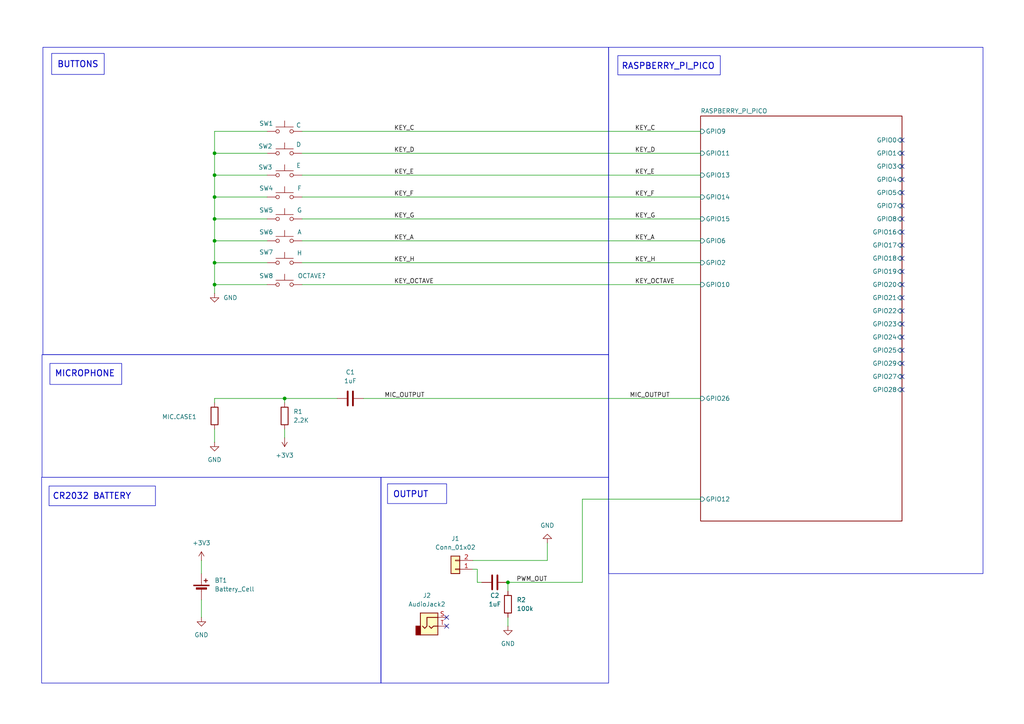
<source format=kicad_sch>
(kicad_sch (version 20250114) (generator "eeschema") (generator_version "9.0")
  (paper "A4")
  (title_block (title "ELECTRONIC FLUTE") (date "2025-11-16") (rev "1.0") (company "KN HARDWIRE AGH") (comment 1 "ZOFIA STACHOŃ") (comment 2 "DAWID TOMALA") (comment 3 "MATEUSZ STASIEŃKO") (comment 4 "KACPER JELONEK") (comment 5 "Authors:"))
  (lib_symbols
    (symbol "Connector_Audio:AudioJack2"
      (property "Reference" "J" (at 0 8.89 0))
      (property "Value" "AudioJack2" (at 0 6.35 0))
      (symbol "AudioJack2_0_1"
        (rectangle (start -3.81 0) (end -2.54 -2.54) (stroke (width 0.254)) (fill (type outline)))
        (rectangle (start -2.54 3.81) (end 2.54 -2.54) (stroke (width 0.254)) (fill (type background)))
        (polyline (pts (xy 0 0) (xy 0.635 -0.635) (xy 1.27 0) (xy 2.54 0)) (stroke (width 0.254)))
        (polyline (pts (xy 2.54 2.54) (xy -0.635 2.54) (xy -0.635 0) (xy -1.27 -0.635) (xy -1.905 0)) (stroke (width 0.254)))
      )
      (symbol "AudioJack2_1_1"
        (pin passive line (at 5.08 2.54 180) (length 2.54) (name "~") (number "S"))
        (pin passive line (at 5.08 0 180) (length 2.54) (name "~") (number "T"))
      )
    )
    (symbol "Connector_Generic:Conn_01x02" (pin_names (offset 1.016) (hide yes))
      (property "Reference" "J" (at 0 2.54 0))
      (property "Value" "Conn_01x02" (at 0 -5.08 0))
      (symbol "Conn_01x02_1_1"
        (rectangle (start -1.27 1.27) (end 1.27 -3.81) (stroke (width 0.254)) (fill (type background)))
        (rectangle (start -1.27 0.127) (end 0 -0.127) (stroke (width 0.1524)))
        (rectangle (start -1.27 -2.413) (end 0 -2.667) (stroke (width 0.1524)))
        (pin passive line (at -5.08 0 0) (length 3.81) (name "Pin_1") (number "1"))
        (pin passive line (at -5.08 -2.54 0) (length 3.81) (name "Pin_2") (number "2"))
      )
    )
    (symbol "Device:Battery_Cell" (pin_numbers (hide yes)) (pin_names (offset 0) (hide yes))
      (property "Reference" "BT" (at 2.54 2.54 0))
      (property "Value" "Battery_Cell" (at 2.54 0 0))
      (symbol "Battery_Cell_0_1"
        (rectangle (start -2.286 1.778) (end 2.286 1.524) (fill (type outline)))
        (rectangle (start -1.524 1.016) (end 1.524 0.508) (fill (type outline)))
        (polyline (pts (xy 0 1.778) (xy 0 2.54)))
        (polyline (pts (xy 0 0.762) (xy 0 0)))
        (polyline (pts (xy 0.762 3.048) (xy 1.778 3.048)) (stroke (width 0.254)))
        (polyline (pts (xy 1.27 3.556) (xy 1.27 2.54)) (stroke (width 0.254)))
      )
      (symbol "Battery_Cell_1_1"
        (pin passive line (at 0 5.08 270) (length 2.54) (name "+") (number "1"))
        (pin passive line (at 0 -2.54 90) (length 2.54) (name "-") (number "2"))
      )
    )
    (symbol "Device:C" (pin_numbers (hide yes)) (pin_names (offset 0.254))
      (property "Reference" "C" (at 0.635 2.54 0))
      (property "Value" "C" (at 0.635 -2.54 0))
      (symbol "C_0_1"
        (polyline (pts (xy -2.032 0.762) (xy 2.032 0.762)) (stroke (width 0.508)))
        (polyline (pts (xy -2.032 -0.762) (xy 2.032 -0.762)) (stroke (width 0.508)))
      )
      (symbol "C_1_1"
        (pin passive line (at 0 3.81 270) (length 2.794) (name "~") (number "1"))
        (pin passive line (at 0 -3.81 90) (length 2.794) (name "~") (number "2"))
      )
    )
    (symbol "Device:R" (pin_numbers (hide yes)) (pin_names (offset 0))
      (property "Reference" "R" (at 2.032 0 90))
      (property "Value" "R" (at 0 0 90))
      (symbol "R_0_1"
        (rectangle (start -1.016 -2.54) (end 1.016 2.54) (stroke (width 0.254)))
      )
      (symbol "R_1_1"
        (pin passive line (at 0 3.81 270) (length 1.27) (name "~") (number "1"))
        (pin passive line (at 0 -3.81 90) (length 1.27) (name "~") (number "2"))
      )
    )
    (symbol "Switch:SW_Omron_B3FS" (pin_numbers (hide yes)) (pin_names (offset 1.016) (hide yes))
      (property "Reference" "SW" (at 1.27 2.54 0))
      (property "Value" "SW_Omron_B3FS" (at 0 -1.524 0))
      (symbol "SW_Omron_B3FS_0_1"
        (circle (center -2.032 0) (radius 0.508))
        (polyline (pts (xy 0 1.27) (xy 0 3.048)))
        (circle (center 2.032 0) (radius 0.508))
        (polyline (pts (xy 2.54 1.27) (xy -2.54 1.27)))
        (pin passive line (at -5.08 0 0) (length 2.54) (name "1") (number "1"))
        (pin passive line (at 5.08 0 180) (length 2.54) (name "2") (number "2"))
      )
    )
    (symbol "power:+3V3" (power) (pin_numbers (hide yes)) (pin_names (offset 0) (hide yes))
      (property "Value" "+3V3" (at 0 3.556 0))
      (symbol "+3V3_0_1"
        (polyline (pts (xy -0.762 1.27) (xy 0 2.54)))
        (polyline (pts (xy 0 2.54) (xy 0.762 1.27)))
        (polyline (pts (xy 0 0) (xy 0 2.54)))
      )
      (symbol "+3V3_1_1"
        (pin power_in line (at 0 0 90) (length 0) (name "~") (number "1"))
      )
    )
    (symbol "power:GND" (power) (pin_numbers (hide yes)) (pin_names (offset 0) (hide yes))
      (property "Value" "GND" (at 0 -3.81 0))
      (symbol "GND_0_1"
        (polyline (pts (xy 0 0) (xy 0 -1.27) (xy 1.27 -1.27) (xy 0 -2.54) (xy -1.27 -1.27) (xy 0 -1.27)))
      )
      (symbol "GND_1_1"
        (pin power_in line (at 0 0 270) (length 0) (name "~") (number "1"))
      )
    )
  )
  (rectangle (start 14.224 140.97) (end 45.085 146.685))
  (rectangle (start 12.446 13.716) (end 176.53 102.87))
  (rectangle (start 14.986 15.494) (end 30.226 21.59))
  (rectangle (start 112.395 140.335) (end 129.54 146.05))
  (rectangle (start 179.197 16.129) (end 208.915 21.717))
  (rectangle (start 14.478 105.41) (end 35.306 111.506))
  (rectangle (start 176.53 13.716) (end 285.115 166.37))
  (rectangle (start 12.065 138.43) (end 110.49 198.12))
  (rectangle (start 110.49 138.43) (end 176.53 198.12))
  (rectangle (start 12.192 102.87) (end 176.53 138.43))
  (text "OUTPUT" (at 119.126 143.51 0) (effects (font (size 1.778 1.778) (thickness 0.254) (bold yes))))
  (text "MICROPHONE" (at 24.638 108.458 0) (effects (font (size 1.778 1.778) (thickness 0.254) (bold yes))))
  (text "BUTTONS" (at 22.606 18.796 0) (effects (font (size 1.778 1.778) (thickness 0.254) (bold yes))))
  (text "RASPBERRY_PI_PICO" (at 193.802 19.304 0) (effects (font (size 1.778 1.778) (thickness 0.254) (bold yes))))
  (text "CR2032 BATTERY" (at 26.67 144.018 0) (effects (font (size 1.778 1.778) (thickness 0.254) (bold yes))))
  (junction (at 62.23 50.8))
  (junction (at 62.23 44.45))
  (junction (at 62.23 63.5))
  (junction (at 62.23 76.2))
  (junction (at 82.55 115.57))
  (junction (at 62.23 82.55))
  (junction (at 62.23 69.85))
  (junction (at 147.32 168.91))
  (junction (at 62.23 57.15))
  (no_connect (at 261.62 63.5))
  (no_connect (at 261.62 101.6))
  (no_connect (at 261.62 105.41))
  (no_connect (at 261.62 82.55))
  (no_connect (at 261.62 113.03))
  (no_connect (at 261.62 86.36))
  (no_connect (at 261.62 90.17))
  (no_connect (at 261.62 48.26))
  (no_connect (at 261.62 97.79))
  (no_connect (at 261.62 78.74))
  (no_connect (at 261.62 71.12))
  (no_connect (at 261.62 93.98))
  (no_connect (at 261.62 67.31))
  (no_connect (at 261.62 44.45))
  (no_connect (at 261.62 74.93))
  (no_connect (at 261.62 52.07))
  (no_connect (at 129.54 181.61))
  (no_connect (at 261.62 59.69))
  (no_connect (at 261.62 40.64))
  (no_connect (at 261.62 109.22))
  (no_connect (at 129.54 179.07))
  (no_connect (at 261.62 55.88))
  (wire (pts (xy 168.91 144.78) (xy 168.91 168.91)))
  (wire (pts (xy 62.23 82.55) (xy 62.23 85.09)))
  (wire (pts (xy 138.43 165.1) (xy 138.43 168.91)))
  (wire (pts (xy 82.55 115.57) (xy 82.55 116.84)))
  (wire (pts (xy 62.23 44.45) (xy 62.23 38.1)))
  (wire (pts (xy 87.63 82.55) (xy 203.2 82.55)))
  (wire (pts (xy 62.23 115.57) (xy 82.55 115.57)))
  (wire (pts (xy 147.32 168.91) (xy 147.32 171.45)))
  (wire (pts (xy 62.23 76.2) (xy 62.23 82.55)))
  (wire (pts (xy 62.23 50.8) (xy 62.23 57.15)))
  (wire (pts (xy 82.55 124.46) (xy 82.55 127)))
  (wire (pts (xy 87.63 50.8) (xy 203.2 50.8)))
  (wire (pts (xy 82.55 115.57) (xy 97.79 115.57)))
  (wire (pts (xy 77.47 38.1) (xy 62.23 38.1)))
  (wire (pts (xy 147.32 168.91) (xy 168.91 168.91)))
  (wire (pts (xy 147.32 179.07) (xy 147.32 181.61)))
  (wire (pts (xy 62.23 124.46) (xy 62.23 128.27)))
  (wire (pts (xy 87.63 44.45) (xy 203.2 44.45)))
  (wire (pts (xy 168.91 144.78) (xy 203.2 144.78)))
  (wire (pts (xy 62.23 69.85) (xy 62.23 76.2)))
  (wire (pts (xy 137.16 162.56) (xy 158.75 162.56)))
  (wire (pts (xy 138.43 168.91) (xy 139.7 168.91)))
  (wire (pts (xy 77.47 82.55) (xy 62.23 82.55)))
  (wire (pts (xy 62.23 63.5) (xy 62.23 69.85)))
  (wire (pts (xy 77.47 69.85) (xy 62.23 69.85)))
  (wire (pts (xy 62.23 115.57) (xy 62.23 116.84)))
  (wire (pts (xy 77.47 57.15) (xy 62.23 57.15)))
  (wire (pts (xy 87.63 57.15) (xy 203.2 57.15)))
  (wire (pts (xy 158.75 162.56) (xy 158.75 157.48)))
  (wire (pts (xy 87.63 63.5) (xy 203.2 63.5)))
  (wire (pts (xy 87.63 69.85) (xy 203.2 69.85)))
  (wire (pts (xy 77.47 76.2) (xy 62.23 76.2)))
  (wire (pts (xy 77.47 50.8) (xy 62.23 50.8)))
  (wire (pts (xy 138.43 165.1) (xy 137.16 165.1)))
  (wire (pts (xy 62.23 57.15) (xy 62.23 63.5)))
  (wire (pts (xy 77.47 44.45) (xy 62.23 44.45)))
  (wire (pts (xy 62.23 44.45) (xy 62.23 50.8)))
  (wire (pts (xy 77.47 63.5) (xy 62.23 63.5)))
  (wire (pts (xy 58.42 179.07) (xy 58.42 173.99)))
  (wire (pts (xy 87.63 76.2) (xy 203.2 76.2)))
  (wire (pts (xy 105.41 115.57) (xy 203.2 115.57)))
  (wire (pts (xy 58.42 162.56) (xy 58.42 166.37)))
  (wire (pts (xy 87.63 38.1) (xy 203.2 38.1)))
  (label "KEY_H" (at 114.3 76.2 0))
  (label "PWM_OUT" (at 158.75 168.91 180))
  (label "KEY_OCTAVE" (at 114.3 82.55 0))
  (label "KEY_D" (at 114.3 44.45 0))
  (label "KEY_G" (at 184.15 63.5 0))
  (label "KEY_D" (at 184.15 44.45 0))
  (label "KEY_H" (at 184.15 76.2 0))
  (label "KEY_A" (at 114.3 69.85 0))
  (label "KEY_C" (at 114.3 38.1 0))
  (label "KEY_A" (at 184.15 69.85 0))
  (label "KEY_OCTAVE" (at 184.15 82.55 0))
  (label "MIC_OUTPUT" (at 194.31 115.57 180))
  (label "KEY_G" (at 114.3 63.5 0))
  (label "MIC_OUTPUT" (at 123.19 115.57 180))
  (label "KEY_F" (at 114.3 57.15 0))
  (label "KEY_E" (at 184.15 50.8 0))
  (label "KEY_F" (at 184.15 57.15 0))
  (label "KEY_E" (at 114.3 50.8 0))
  (label "KEY_C" (at 184.15 38.1 0))
  (symbol (lib_id "Switch:SW_Omron_B3FS") (at 82.55 82.55 0) (unit 1)
    (property "Reference" "SW8" (at 77.216 80.01 0))
    (property "Value" "OCTAVE?" (at 90.424 80.01 0))
    (property "Footprint" "Button_Switch_THT:SW_TH_Tactile_Omron_B3F-100x" (effects (hide yes)))
    (property "Datasheet" "https://omronfs.omron.com/en_US/ecb/products/pdf/en-b3fs.pdf" (effects (hide yes)))
    (property "Description" "Omron B3FS 6x6mm single pole normally-open tactile switch" (effects (hide yes)))
  )
  (symbol (lib_id "power:GND") (at 62.23 128.27 0) (unit 1)
    (property "Reference" "#PWR03" (effects (hide yes)))
    (property "Value" "GND" (at 62.23 133.35 0))
    (property "Description" "Power symbol creates a global label with name \"GND\" , ground" (effects (hide yes)))
  )
  (symbol (lib_id "Device:R") (at 62.23 120.65 180) (unit 1)
    (property "Reference" "MIC.CASE1" (at 46.99 120.904 0) (effects (justify right)))
    (property "Value" "R" (effects (hide yes)))
    (property "Footprint" "Resistor_THT:R_Axial_DIN0204_L3.6mm_D1.6mm_P2.54mm_Vertical" (effects (hide yes)))
    (property "Datasheet" "https://www.tme.eu/Document/f1181ba37297c345f42245199f9fe6de/LD-MC-9765-DTE.pdf" (effects (hide yes)))
    (property "Description" "Microfone" (effects (hide yes)))
    (property "Link" "https://www.tme.eu/pl/details/ld-mc-9765/mikrofony-i-sluchawki/loudity/" (effects (hide yes)))
  )
  (symbol (lib_id "Switch:SW_Omron_B3FS") (at 82.55 57.15 0) (unit 1)
    (property "Reference" "SW4" (at 77.216 54.61 0))
    (property "Value" "F" (at 86.868 54.61 0))
    (property "Footprint" "Button_Switch_THT:SW_TH_Tactile_Omron_B3F-100x" (effects (hide yes)))
    (property "Datasheet" "https://omronfs.omron.com/en_US/ecb/products/pdf/en-b3fs.pdf" (effects (hide yes)))
    (property "Description" "Omron B3FS 6x6mm single pole normally-open tactile switch" (effects (hide yes)))
  )
  (symbol (lib_id "Switch:SW_Omron_B3FS") (at 82.55 50.8 0) (unit 1)
    (property "Reference" "SW3" (at 76.962 48.514 0))
    (property "Value" "E" (at 86.614 48.006 0))
    (property "Footprint" "Button_Switch_THT:SW_TH_Tactile_Omron_B3F-100x" (effects (hide yes)))
    (property "Datasheet" "https://omronfs.omron.com/en_US/ecb/products/pdf/en-b3fs.pdf" (effects (hide yes)))
    (property "Description" "Omron B3FS 6x6mm single pole normally-open tactile switch" (effects (hide yes)))
  )
  (symbol (lib_id "Connector_Generic:Conn_01x02") (at 132.08 165.1 180) (unit 1)
    (property "Reference" "J1" (at 132.08 156.21 0))
    (property "Value" "Conn_01x02" (at 132.08 158.75 0))
    (property "Footprint" "Connector_PinHeader_2.54mm:PinHeader_1x02_P2.54mm_Vertical" (effects (hide yes)))
    (property "Description" "Generic connector, single row, 01x02, script generated (kicad-library-utils/schlib/autogen/connector/)" (effects (hide yes)))
  )
  (symbol (lib_id "Switch:SW_Omron_B3FS") (at 82.55 63.5 0) (unit 1)
    (property "Reference" "SW5" (at 77.216 60.96 0))
    (property "Value" "G" (at 86.868 60.96 0))
    (property "Footprint" "Button_Switch_THT:SW_TH_Tactile_Omron_B3F-100x" (effects (hide yes)))
    (property "Datasheet" "https://omronfs.omron.com/en_US/ecb/products/pdf/en-b3fs.pdf" (effects (hide yes)))
    (property "Description" "Omron B3FS 6x6mm single pole normally-open tactile switch" (effects (hide yes)))
  )
  (symbol (lib_id "Device:R") (at 147.32 175.26 0) (unit 1)
    (property "Reference" "R2" (at 149.86 173.9899 0) (effects (justify left)))
    (property "Value" "100k" (at 149.86 176.5299 0) (effects (justify left)))
    (property "Footprint" "Resistor_SMD:R_0603_1608Metric" (effects (hide yes)))
    (property "Description" "Resistor" (effects (hide yes)))
  )
  (symbol (lib_id "power:GND") (at 62.23 85.09 0) (unit 1)
    (property "Reference" "#PWR01" (effects (hide yes)))
    (property "Value" "GND" (at 64.77 86.3599 0) (effects (justify left)))
    (property "Description" "Power symbol creates a global label with name \"GND\" , ground" (effects (hide yes)))
  )
  (symbol (lib_id "power:+3V3") (at 58.42 162.56 0) (unit 1)
    (property "Reference" "#PWR05" (effects (hide yes)))
    (property "Value" "+3V3" (at 58.42 157.48 0))
    (property "Description" "Power symbol creates a global label with name \"+3V3\"" (effects (hide yes)))
  )
  (symbol (lib_id "power:GND") (at 147.32 181.61 0) (unit 1)
    (property "Reference" "#PWR07" (effects (hide yes)))
    (property "Value" "GND" (at 147.32 186.69 0))
    (property "Description" "Power symbol creates a global label with name \"GND\" , ground" (effects (hide yes)))
  )
  (symbol (lib_id "Switch:SW_Omron_B3FS") (at 82.55 69.85 0) (unit 1)
    (property "Reference" "SW6" (at 77.216 67.31 0))
    (property "Value" "A" (at 86.868 67.31 0))
    (property "Footprint" "Button_Switch_THT:SW_TH_Tactile_Omron_B3F-100x" (effects (hide yes)))
    (property "Datasheet" "https://omronfs.omron.com/en_US/ecb/products/pdf/en-b3fs.pdf" (effects (hide yes)))
    (property "Description" "Omron B3FS 6x6mm single pole normally-open tactile switch" (effects (hide yes)))
  )
  (symbol (lib_id "Connector_Audio:AudioJack2") (at 124.46 181.61 0) (unit 1)
    (property "Reference" "J2" (at 123.825 172.72 0))
    (property "Value" "AudioJack2" (at 123.825 175.26 0))
    (property "Description" "Audio Jack, 2 Poles (Mono / TS)" (effects (hide yes)))
    (property "Link" "https://www.tme.eu/pl/details/jc-124_6.35mm/zlacza-jack/ninigi/" (effects (hide yes)))
  )
  (symbol (lib_id "Device:C") (at 101.6 115.57 90) (unit 1)
    (property "Reference" "C1" (at 101.6 107.95 90))
    (property "Value" "1uF" (at 101.6 110.49 90))
    (property "Footprint" "Capacitor_SMD:C_0603_1608Metric" (effects (hide yes)))
    (property "Description" "Unpolarized capacitor" (effects (hide yes)))
  )
  (symbol (lib_id "Switch:SW_Omron_B3FS") (at 82.55 38.1 0) (unit 1)
    (property "Reference" "SW1" (at 77.216 35.814 0))
    (property "Value" "C" (at 86.614 36.322 0))
    (property "Footprint" "Button_Switch_THT:SW_TH_Tactile_Omron_B3F-100x" (effects (hide yes)))
    (property "Datasheet" "https://omronfs.omron.com/en_US/ecb/products/pdf/en-b3fs.pdf" (effects (hide yes)))
    (property "Description" "Omron B3FS 6x6mm single pole normally-open tactile switch" (effects (hide yes)))
    (property "link" "https://www.tme.eu/pl/details/tl3305bf160qg/mikroprzelaczniki-tact/e-switch/" (effects (hide yes)))
  )
  (symbol (lib_id "power:+3V3") (at 82.55 127 180) (unit 1)
    (property "Reference" "#PWR02" (effects (hide yes)))
    (property "Value" "+3V3" (at 82.55 132.08 0))
    (property "Description" "Power symbol creates a global label with name \"+3V3\"" (effects (hide yes)))
  )
  (symbol (lib_id "power:GND") (at 158.75 157.48 180) (unit 1)
    (property "Reference" "#PWR04" (effects (hide yes)))
    (property "Value" "GND" (at 158.75 152.4 0))
    (property "Description" "Power symbol creates a global label with name \"GND\" , ground" (effects (hide yes)))
  )
  (symbol (lib_id "Device:R") (at 82.55 120.65 0) (unit 1)
    (property "Reference" "R1" (at 85.09 119.3799 0) (effects (justify left)))
    (property "Value" "2.2K" (at 85.09 121.9199 0) (effects (justify left)))
    (property "Footprint" "Resistor_SMD:R_0603_1608Metric" (effects (hide yes)))
    (property "Description" "Resistor" (effects (hide yes)))
  )
  (symbol (lib_id "power:GND") (at 58.42 179.07 0) (unit 1)
    (property "Reference" "#PWR06" (effects (hide yes)))
    (property "Value" "GND" (at 58.42 184.15 0))
    (property "Description" "Power symbol creates a global label with name \"GND\" , ground" (effects (hide yes)))
  )
  (symbol (lib_id "Device:Battery_Cell") (at 58.42 171.45 0) (unit 1)
    (property "Reference" "BT1" (at 62.23 168.3384 0) (effects (justify left)))
    (property "Value" "Battery_Cell" (at 62.23 170.8784 0) (effects (justify left)))
    (property "Footprint" "Battery:BatteryHolder_MYOUNG_BS-07-A1BJ001_CR2032" (effects (hide yes)))
    (property "Description" "Single-cell battery" (effects (hide yes)))
    (property "Link" "https://www.tme.eu/pl/details/ds1092-04-b6p/baterie-pojemniki-i-uchwyty/connfly/" (effects (hide yes)))
  )
  (symbol (lib_id "Switch:SW_Omron_B3FS") (at 82.55 76.2 0) (unit 1)
    (property "Reference" "SW7" (at 77.216 73.152 0))
    (property "Value" "H" (at 86.868 73.406 0))
    (property "Footprint" "Button_Switch_THT:SW_TH_Tactile_Omron_B3F-100x" (effects (hide yes)))
    (property "Datasheet" "https://omronfs.omron.com/en_US/ecb/products/pdf/en-b3fs.pdf" (effects (hide yes)))
    (property "Description" "Omron B3FS 6x6mm single pole normally-open tactile switch" (effects (hide yes)))
  )
  (symbol (lib_id "Device:C") (at 143.51 168.91 90) (unit 1)
    (property "Reference" "C2" (at 143.51 172.72 90))
    (property "Value" "1uF" (at 143.51 175.26 90))
    (property "Footprint" "Capacitor_SMD:C_0603_1608Metric" (effects (hide yes)))
    (property "Description" "Unpolarized capacitor" (effects (hide yes)))
  )
  (symbol (lib_id "Switch:SW_Omron_B3FS") (at 82.55 44.45 0) (unit 1)
    (property "Reference" "SW2" (at 76.962 42.418 0))
    (property "Value" "D" (at 86.614 41.91 0))
    (property "Footprint" "Button_Switch_THT:SW_TH_Tactile_Omron_B3F-100x" (effects (hide yes)))
    (property "Datasheet" "https://omronfs.omron.com/en_US/ecb/products/pdf/en-b3fs.pdf" (effects (hide yes)))
    (property "Description" "Omron B3FS 6x6mm single pole normally-open tactile switch" (effects (hide yes)))
  )
  (sheet (at 203.2 33.655) (size 58.42 117.475) (stroke (width 0.1524))
    (property "Sheetname" "RASPBERRY_PI_PICO" (at 203.2 32.9434 0) (effects (justify left bottom)))
    (property "Sheetfile" "./raspberry.kicad_sch" (effects (hide yes)))
    (pin "GPIO0" input (at 261.62 40.64 0))
    (pin "GPIO1" input (at 261.62 44.45 0))
    (pin "GPIO2" input (at 203.2 76.2 180))
    (pin "GPIO3" input (at 261.62 48.26 0))
    (pin "GPIO4" input (at 261.62 52.07 0))
    (pin "GPIO5" input (at 261.62 55.88 0))
    (pin "GPIO6" input (at 203.2 69.85 180))
    (pin "GPIO7" input (at 261.62 59.69 0))
    (pin "GPIO8" input (at 261.62 63.5 0))
    (pin "GPIO9" input (at 203.2 38.1 180))
    (pin "GPIO10" input (at 203.2 82.55 180))
    (pin "GPIO11" input (at 203.2 44.45 180))
    (pin "GPIO12" input (at 203.2 144.78 180))
    (pin "GPIO13" input (at 203.2 50.8 180))
    (pin "GPIO14" input (at 203.2 57.15 180))
    (pin "GPIO15" input (at 203.2 63.5 180))
    (pin "GPIO16" input (at 261.62 67.31 0))
    (pin "GPIO17" input (at 261.62 71.12 0))
    (pin "GPIO18" input (at 261.62 74.93 0))
    (pin "GPIO19" input (at 261.62 78.74 0))
    (pin "GPIO20" input (at 261.62 82.55 0))
    (pin "GPIO21" input (at 261.62 86.36 0))
    (pin "GPIO22" input (at 261.62 90.17 0))
    (pin "GPIO23" input (at 261.62 93.98 0))
    (pin "GPIO24" input (at 261.62 97.79 0))
    (pin "GPIO25" input (at 261.62 101.6 0))
    (pin "GPIO26" input (at 203.2 115.57 180))
    (pin "GPIO27" input (at 261.62 109.22 0))
    (pin "GPIO28" input (at 261.62 113.03 0))
    (pin "GPIO29" input (at 261.62 105.41 0))
  )
)
</source>
